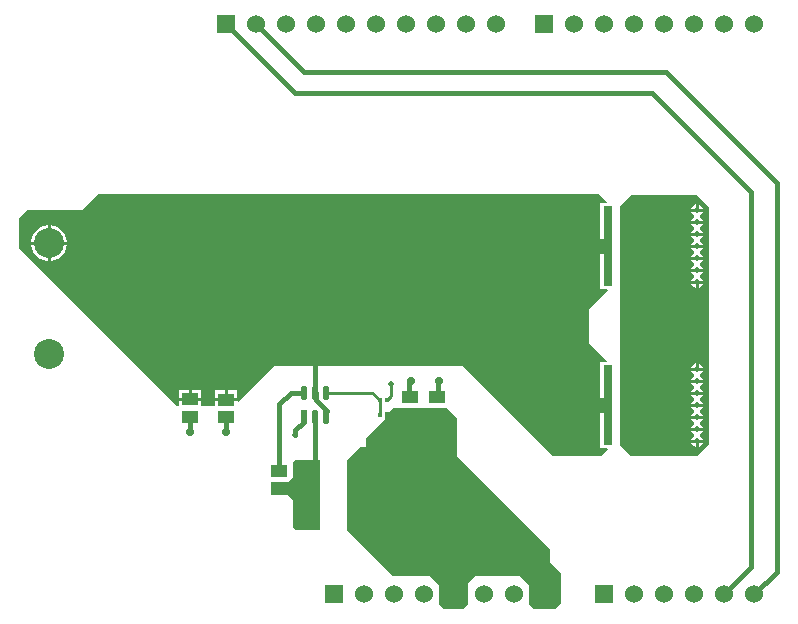
<source format=gtl>
G04*
G04 #@! TF.GenerationSoftware,Altium Limited,Altium Designer,26.1.1 (7)*
G04*
G04 Layer_Physical_Order=1*
G04 Layer_Color=255*
%FSLAX25Y25*%
%MOIN*%
G70*
G04*
G04 #@! TF.SameCoordinates,7FDA374B-3F72-4115-8A6B-894D552E39AA*
G04*
G04*
G04 #@! TF.FilePolarity,Positive*
G04*
G01*
G75*
%ADD15C,0.01000*%
G04:AMPARAMS|DCode=16|XSize=12.99mil|YSize=15.75mil|CornerRadius=3.25mil|HoleSize=0mil|Usage=FLASHONLY|Rotation=180.000|XOffset=0mil|YOffset=0mil|HoleType=Round|Shape=RoundedRectangle|*
%AMROUNDEDRECTD16*
21,1,0.01299,0.00925,0,0,180.0*
21,1,0.00650,0.01575,0,0,180.0*
1,1,0.00650,-0.00325,0.00463*
1,1,0.00650,0.00325,0.00463*
1,1,0.00650,0.00325,-0.00463*
1,1,0.00650,-0.00325,-0.00463*
%
%ADD16ROUNDEDRECTD16*%
G04:AMPARAMS|DCode=17|XSize=14.96mil|YSize=15.75mil|CornerRadius=3.74mil|HoleSize=0mil|Usage=FLASHONLY|Rotation=180.000|XOffset=0mil|YOffset=0mil|HoleType=Round|Shape=RoundedRectangle|*
%AMROUNDEDRECTD17*
21,1,0.01496,0.00827,0,0,180.0*
21,1,0.00748,0.01575,0,0,180.0*
1,1,0.00748,-0.00374,0.00413*
1,1,0.00748,0.00374,0.00413*
1,1,0.00748,0.00374,-0.00413*
1,1,0.00748,-0.00374,-0.00413*
%
%ADD17ROUNDEDRECTD17*%
G04:AMPARAMS|DCode=18|XSize=49.38mil|YSize=20.95mil|CornerRadius=10.48mil|HoleSize=0mil|Usage=FLASHONLY|Rotation=90.000|XOffset=0mil|YOffset=0mil|HoleType=Round|Shape=RoundedRectangle|*
%AMROUNDEDRECTD18*
21,1,0.04938,0.00000,0,0,90.0*
21,1,0.02843,0.02095,0,0,90.0*
1,1,0.02095,0.00000,0.01422*
1,1,0.02095,0.00000,-0.01422*
1,1,0.02095,0.00000,-0.01422*
1,1,0.02095,0.00000,0.01422*
%
%ADD18ROUNDEDRECTD18*%
%ADD19R,0.01496X0.01575*%
%ADD20R,0.15354X0.26614*%
%ADD21R,0.02756X0.26614*%
%ADD22R,0.05512X0.04331*%
%ADD23R,0.02095X0.04938*%
%ADD24R,0.07900X0.23600*%
%ADD25C,0.06000*%
%ADD26C,0.10000*%
%ADD27R,0.06000X0.06000*%
%ADD28C,0.02000*%
%ADD29C,0.02800*%
%ADD30C,0.01500*%
G36*
X235000Y139000D02*
Y60000D01*
X231000Y56000D01*
X209000D01*
X205323Y59677D01*
Y139323D01*
X209000Y143000D01*
X231000D01*
X235000Y139000D01*
D02*
G37*
G36*
X201105Y140769D02*
X200914Y140307D01*
X198811D01*
Y128500D01*
X201189D01*
Y123500D01*
X198811D01*
Y111693D01*
X201040D01*
X201231Y111231D01*
X195000Y105000D01*
Y93500D01*
X195374D01*
X201105Y87769D01*
X200914Y87307D01*
X198811D01*
Y75500D01*
X201189D01*
Y70500D01*
X198811D01*
Y58693D01*
X201040D01*
X201231Y58231D01*
X199000Y56000D01*
X183000D01*
X153000Y86000D01*
X90047D01*
X78218Y74171D01*
X77756Y74362D01*
Y74374D01*
X74000D01*
X70244D01*
Y72756D01*
X65756D01*
Y74421D01*
X62000D01*
X58244D01*
Y72756D01*
X57744D01*
X5000Y125500D01*
Y135500D01*
X7500Y138000D01*
X26000D01*
X31500Y143500D01*
X198374D01*
X201105Y140769D01*
D02*
G37*
G36*
X105191Y31227D02*
X97273D01*
X96463Y32037D01*
Y41037D01*
X94591Y42909D01*
X88985D01*
Y47240D01*
X94740D01*
X95315Y47815D01*
X95497D01*
Y47997D01*
X96463Y48963D01*
Y54000D01*
X97291Y54827D01*
X105191D01*
Y31227D01*
D02*
G37*
G36*
X151000Y68500D02*
Y56000D01*
X182000Y25000D01*
Y20500D01*
X185500Y17000D01*
Y7000D01*
X183500Y5000D01*
X176500D01*
X175000Y6500D01*
Y13000D01*
X172000Y16000D01*
X157000D01*
X154500Y13500D01*
Y6500D01*
X153000Y5000D01*
X146500D01*
X145000Y6500D01*
Y13000D01*
X142000Y16000D01*
X129518D01*
X114291Y31227D01*
Y54827D01*
X114327D01*
X118500Y59000D01*
X120500D01*
Y62000D01*
X126500Y68000D01*
X127052D01*
Y70575D01*
X128265D01*
X129690Y72000D01*
X147500D01*
X151000Y68500D01*
D02*
G37*
%LPC*%
G36*
X231500Y139958D02*
Y138500D01*
X232958D01*
X232696Y139133D01*
X232133Y139696D01*
X231500Y139958D01*
D02*
G37*
G36*
X230500D02*
X229867Y139696D01*
X229305Y139133D01*
X229042Y138500D01*
X230500D01*
Y139958D01*
D02*
G37*
G36*
X232958Y137500D02*
X229042D01*
X229305Y136867D01*
X229867Y136304D01*
X229999Y136250D01*
Y135750D01*
X229867Y135696D01*
X229305Y135133D01*
X229042Y134500D01*
X232958D01*
X232696Y135133D01*
X232133Y135696D01*
X232001Y135750D01*
Y136250D01*
X232133Y136304D01*
X232696Y136867D01*
X232958Y137500D01*
D02*
G37*
G36*
Y133500D02*
X229042D01*
X229305Y132867D01*
X229867Y132305D01*
X229999Y132250D01*
Y131750D01*
X229867Y131695D01*
X229305Y131133D01*
X229042Y130500D01*
X232958D01*
X232696Y131133D01*
X232133Y131695D01*
X232001Y131750D01*
Y132250D01*
X232133Y132305D01*
X232696Y132867D01*
X232958Y133500D01*
D02*
G37*
G36*
Y129500D02*
X229042D01*
X229305Y128867D01*
X229867Y128305D01*
X229999Y128250D01*
Y127750D01*
X229867Y127696D01*
X229305Y127133D01*
X229042Y126500D01*
X232958D01*
X232696Y127133D01*
X232133Y127696D01*
X232001Y127750D01*
Y128250D01*
X232133Y128305D01*
X232696Y128867D01*
X232958Y129500D01*
D02*
G37*
G36*
Y125500D02*
X229042D01*
X229305Y124867D01*
X229867Y124304D01*
X229999Y124250D01*
Y123750D01*
X229867Y123696D01*
X229305Y123133D01*
X229042Y122500D01*
X232958D01*
X232696Y123133D01*
X232133Y123696D01*
X232001Y123750D01*
Y124250D01*
X232133Y124304D01*
X232696Y124867D01*
X232958Y125500D01*
D02*
G37*
G36*
Y121500D02*
X229042D01*
X229305Y120867D01*
X229867Y120305D01*
X229999Y120250D01*
Y119750D01*
X229867Y119695D01*
X229305Y119133D01*
X229042Y118500D01*
X232958D01*
X232696Y119133D01*
X232133Y119695D01*
X232001Y119750D01*
Y120250D01*
X232133Y120305D01*
X232696Y120867D01*
X232958Y121500D01*
D02*
G37*
G36*
Y117500D02*
X229042D01*
X229305Y116867D01*
X229867Y116305D01*
X229999Y116250D01*
Y115750D01*
X229867Y115696D01*
X229305Y115133D01*
X229042Y114500D01*
X232958D01*
X232696Y115133D01*
X232133Y115696D01*
X232001Y115750D01*
Y116250D01*
X232133Y116305D01*
X232696Y116867D01*
X232958Y117500D01*
D02*
G37*
G36*
Y113500D02*
X231500D01*
Y112042D01*
X232133Y112304D01*
X232696Y112867D01*
X232958Y113500D01*
D02*
G37*
G36*
X230500D02*
X229042D01*
X229305Y112867D01*
X229867Y112304D01*
X230500Y112042D01*
Y113500D01*
D02*
G37*
G36*
X231500Y86958D02*
Y85500D01*
X232958D01*
X232696Y86133D01*
X232133Y86695D01*
X231500Y86958D01*
D02*
G37*
G36*
X230500D02*
X229867Y86695D01*
X229305Y86133D01*
X229042Y85500D01*
X230500D01*
Y86958D01*
D02*
G37*
G36*
X232958Y84500D02*
X229042D01*
X229305Y83867D01*
X229867Y83305D01*
X229999Y83250D01*
Y82750D01*
X229867Y82696D01*
X229305Y82133D01*
X229042Y81500D01*
X232958D01*
X232696Y82133D01*
X232133Y82696D01*
X232001Y82750D01*
Y83250D01*
X232133Y83305D01*
X232696Y83867D01*
X232958Y84500D01*
D02*
G37*
G36*
Y80500D02*
X229042D01*
X229305Y79867D01*
X229867Y79304D01*
X229999Y79250D01*
Y78750D01*
X229867Y78695D01*
X229305Y78133D01*
X229042Y77500D01*
X232958D01*
X232696Y78133D01*
X232133Y78695D01*
X232001Y78750D01*
Y79250D01*
X232133Y79304D01*
X232696Y79867D01*
X232958Y80500D01*
D02*
G37*
G36*
Y76500D02*
X229042D01*
X229305Y75867D01*
X229867Y75305D01*
X229999Y75250D01*
Y74750D01*
X229867Y74695D01*
X229305Y74133D01*
X229042Y73500D01*
X232958D01*
X232696Y74133D01*
X232133Y74695D01*
X232001Y74750D01*
Y75250D01*
X232133Y75305D01*
X232696Y75867D01*
X232958Y76500D01*
D02*
G37*
G36*
Y72500D02*
X229042D01*
X229305Y71867D01*
X229867Y71305D01*
X229999Y71250D01*
Y70750D01*
X229867Y70696D01*
X229305Y70133D01*
X229042Y69500D01*
X232958D01*
X232696Y70133D01*
X232133Y70696D01*
X232001Y70750D01*
Y71250D01*
X232133Y71305D01*
X232696Y71867D01*
X232958Y72500D01*
D02*
G37*
G36*
Y68500D02*
X229042D01*
X229305Y67867D01*
X229867Y67304D01*
X229999Y67250D01*
Y66750D01*
X229867Y66695D01*
X229305Y66133D01*
X229042Y65500D01*
X232958D01*
X232696Y66133D01*
X232133Y66695D01*
X232001Y66750D01*
Y67250D01*
X232133Y67304D01*
X232696Y67867D01*
X232958Y68500D01*
D02*
G37*
G36*
Y64500D02*
X229042D01*
X229305Y63867D01*
X229867Y63305D01*
X229999Y63250D01*
Y62750D01*
X229867Y62695D01*
X229305Y62133D01*
X229042Y61500D01*
X232958D01*
X232696Y62133D01*
X232133Y62695D01*
X232001Y62750D01*
Y63250D01*
X232133Y63305D01*
X232696Y63867D01*
X232958Y64500D01*
D02*
G37*
G36*
Y60500D02*
X231500D01*
Y59042D01*
X232133Y59304D01*
X232696Y59867D01*
X232958Y60500D01*
D02*
G37*
G36*
X230500D02*
X229042D01*
X229305Y59867D01*
X229867Y59304D01*
X230500Y59042D01*
Y60500D01*
D02*
G37*
G36*
X15591Y133000D02*
X15500D01*
Y127500D01*
X21000D01*
Y127591D01*
X20769Y128750D01*
X20317Y129842D01*
X19660Y130825D01*
X18825Y131660D01*
X17842Y132317D01*
X16750Y132769D01*
X15591Y133000D01*
D02*
G37*
G36*
X14500D02*
X14409D01*
X13250Y132769D01*
X12158Y132317D01*
X11175Y131660D01*
X10340Y130825D01*
X9683Y129842D01*
X9231Y128750D01*
X9000Y127591D01*
Y127500D01*
X14500D01*
Y133000D01*
D02*
G37*
G36*
X21000Y126500D02*
X15500D01*
Y121000D01*
X15591D01*
X16750Y121231D01*
X17842Y121683D01*
X18825Y122339D01*
X19660Y123175D01*
X20317Y124158D01*
X20769Y125250D01*
X21000Y126409D01*
Y126500D01*
D02*
G37*
G36*
X14500D02*
X9000D01*
Y126409D01*
X9231Y125250D01*
X9683Y124158D01*
X10340Y123175D01*
X11175Y122339D01*
X12158Y121683D01*
X13250Y121231D01*
X14409Y121000D01*
X14500D01*
Y126500D01*
D02*
G37*
G36*
X65756Y78087D02*
X62500D01*
Y75421D01*
X65756D01*
Y78087D01*
D02*
G37*
G36*
X61500D02*
X58244D01*
Y75421D01*
X61500D01*
Y78087D01*
D02*
G37*
G36*
X77756Y78039D02*
X74500D01*
Y75374D01*
X77756D01*
Y78039D01*
D02*
G37*
G36*
X73500D02*
X70244D01*
Y75374D01*
X73500D01*
Y78039D01*
D02*
G37*
%LPD*%
D15*
X125253Y69839D02*
Y74736D01*
X124915Y75075D02*
X124954D01*
X125202Y74827D01*
Y74787D02*
Y74827D01*
Y74787D02*
X125253Y74736D01*
X122827Y77162D02*
X124915Y75075D01*
X107481Y77162D02*
X122827D01*
X127556Y74736D02*
Y74874D01*
X127706Y75024D02*
X127844D01*
X128993Y76173D02*
Y79951D01*
X127556Y74874D02*
X127706Y75024D01*
X127844D02*
X128993Y76173D01*
X144000Y75943D02*
X144203Y75740D01*
X135000Y75943D02*
X135203Y75740D01*
X128993Y79951D02*
X129000Y79958D01*
X100001Y67471D02*
Y68892D01*
X74000Y68968D02*
X74000Y68968D01*
X103500Y87000D02*
X103741Y86759D01*
X101241Y43027D02*
X103741Y45527D01*
X107500Y68912D02*
Y71000D01*
X107481Y68892D02*
X107500Y68912D01*
D16*
X127556Y74736D02*
D03*
D17*
X125253D02*
D03*
D18*
X107481Y77162D02*
D03*
X100001D02*
D03*
X103741D02*
D03*
X107481Y68892D02*
D03*
X103741D02*
D03*
D19*
X125304Y69787D02*
D03*
X127517D02*
D03*
D20*
X213000Y126000D02*
D03*
Y73000D02*
D03*
D21*
X224811Y126000D02*
D03*
Y73000D02*
D03*
X201189D02*
D03*
Y126000D02*
D03*
D22*
X144203Y75740D02*
D03*
X135203D02*
D03*
X74000Y68968D02*
D03*
X62000Y69016D02*
D03*
X144203Y69835D02*
D03*
X135203D02*
D03*
X74000Y74874D02*
D03*
X62000Y74921D02*
D03*
X91741Y50980D02*
D03*
Y45075D02*
D03*
D23*
X100001Y68892D02*
D03*
D24*
X118241Y43027D02*
D03*
X101241D02*
D03*
D25*
X160000Y10000D02*
D03*
X170000D02*
D03*
X104000Y200000D02*
D03*
X180000Y10000D02*
D03*
X150000D02*
D03*
X190000Y200000D02*
D03*
X200000D02*
D03*
X210000D02*
D03*
X220000D02*
D03*
X230000D02*
D03*
X240000D02*
D03*
X250000D02*
D03*
X84000D02*
D03*
X94000D02*
D03*
X114000D02*
D03*
X124000D02*
D03*
X134000D02*
D03*
X144000D02*
D03*
X154000D02*
D03*
X164000D02*
D03*
X120000Y10000D02*
D03*
X130000D02*
D03*
X140000D02*
D03*
X210000D02*
D03*
X220000D02*
D03*
X230000D02*
D03*
X240000D02*
D03*
X250000D02*
D03*
D26*
X15000Y90000D02*
D03*
Y127000D02*
D03*
D27*
X180000Y200000D02*
D03*
X74000D02*
D03*
X110000Y10000D02*
D03*
X200000D02*
D03*
D28*
X231000Y122000D02*
D03*
Y118000D02*
D03*
Y130000D02*
D03*
Y126000D02*
D03*
Y85000D02*
D03*
Y81000D02*
D03*
Y114000D02*
D03*
Y138000D02*
D03*
Y134000D02*
D03*
Y77000D02*
D03*
Y73000D02*
D03*
Y65000D02*
D03*
Y61000D02*
D03*
Y69000D02*
D03*
X129000Y79958D02*
D03*
X97000Y63000D02*
D03*
D29*
X145000Y81000D02*
D03*
X135500D02*
D03*
X74000Y64000D02*
D03*
X62000D02*
D03*
D30*
X145000Y80648D02*
Y81000D01*
X144500Y80148D02*
X145000Y80648D01*
X144500Y76443D02*
Y80148D01*
X144000Y75943D02*
X144500Y76443D01*
X135500Y80648D02*
Y81000D01*
X135000Y80148D02*
X135500Y80648D01*
X135000Y75943D02*
Y80148D01*
X97096Y64566D02*
X100001Y67471D01*
X97096Y63096D02*
Y64566D01*
X97000Y63000D02*
X97096Y63096D01*
X62000Y64000D02*
Y69016D01*
X74000Y64000D02*
Y68968D01*
X103741Y77162D02*
Y86759D01*
Y45527D02*
Y68892D01*
X240000Y10000D02*
X249000Y19000D01*
Y144000D01*
X216000Y177000D02*
X249000Y144000D01*
X97000Y177000D02*
X216000D01*
X74000Y200000D02*
X97000Y177000D01*
X257500Y17500D02*
Y147000D01*
X250000Y10000D02*
X257500Y17500D01*
X220500Y184000D02*
X257500Y147000D01*
X100000Y184000D02*
X220500D01*
X84000Y200000D02*
X100000Y184000D01*
X95662Y77162D02*
X100001D01*
X91741Y50980D02*
Y73241D01*
X95662Y77162D01*
X103950Y74550D02*
Y76953D01*
Y74550D02*
X107500Y71000D01*
M02*

</source>
